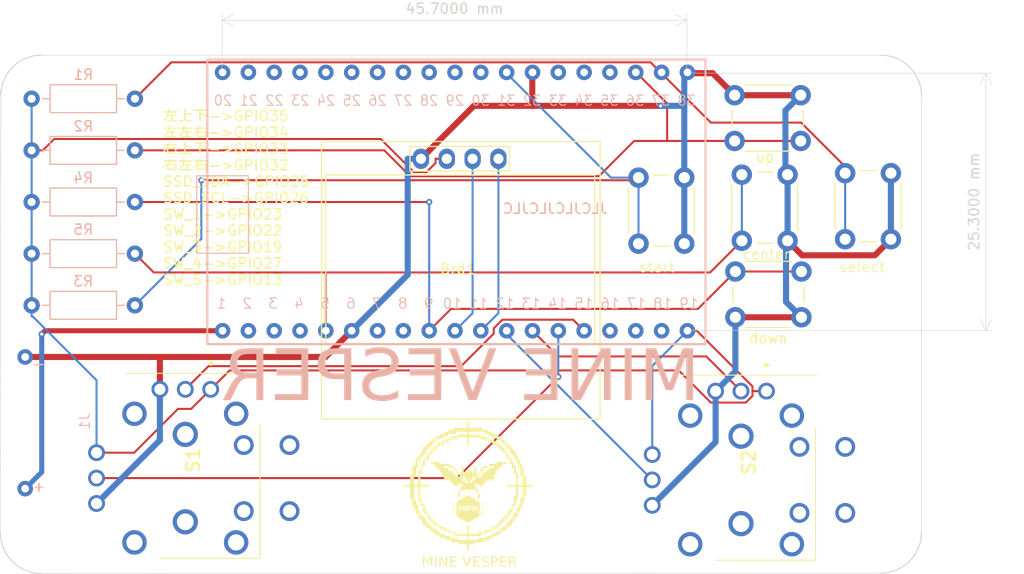
<source format=kicad_pcb>
(kicad_pcb (version 20240108) (generator "pcbnew") (generator_version "8.0")
  (layers (0 "F.Cu" signal) (31 "B.Cu" signal) (34 "B.Paste" user) (35 "F.Paste" user) (36 "B.SilkS" user "B.Silkscreen") (37 "F.SilkS" user "F.Silkscreen") (38 "B.Mask" user) (39 "F.Mask" user) (44 "Edge.Cuts" user))
  (net 0 "")
  (net 1 "R_VR_out1")
  (net 3 "GND")
  (net 5 "3.3V")
  (net 9 "R_VR_out2")
  (net 22 "L_VR_out2")
  (net 24 "L_VR_out1")
  (net 27 "VIN")
  (net 28 "SSD1306_SDA")
  (net 29 "SSD1306_SCL")
  (net 30 "SW_1")
  (net 31 "SW_2")
  (net 32 "SW_3")
  (net 33 "SW_4")
  (net 34 "SW_5")
  (footprint "joysticks:RKJXV122400R" (layer "F.Cu") (at 116.675 95.8925 90)
    (property "Reference" "S1" (at -6.978 -1.74 90) (layer "F.SilkS") (effects (font (size 1.27 1.27) (thickness 0.254))))
    (property "Value" "RKJXV122400R" (hide yes))
    (pad "A1" thru_hole circle (at -11.98 3.25 90) (size 1.95 1.95) (drill 1.3) (layers "*.Cu" "*.Mask"))
    (pad "A11" thru_hole circle (at 0 0 90) (size 1.65 1.65) (drill 1.1) (layers "*.Cu" "*.Mask") (net 5 "3.3V"))
    (pad "A12" thru_hole circle (at 0 -2.5 90) (size 1.65 1.65) (drill 1.1) (layers "*.Cu" "*.Mask") (net 9 "R_VR_out2"))
    (pad "A13" thru_hole circle (at 0 -5 90) (size 1.65 1.65) (drill 1.1) (layers "*.Cu" "*.Mask") (net 3 "GND"))
    (pad "B1" thru_hole circle (at -11.98 7.75 90) (size 1.95 1.95) (drill 1.3) (layers "*.Cu" "*.Mask"))
    (pad "B11" thru_hole circle (at -6.23 -11.23 90) (size 1.65 1.65) (drill 1.1) (layers "*.Cu" "*.Mask") (net 5 "3.3V"))
    (pad "B12" thru_hole circle (at -8.73 -11.23 90) (size 1.65 1.65) (drill 1.1) (layers "*.Cu" "*.Mask") (net 1 "R_VR_out1"))
    (pad "B13" thru_hole circle (at -11.23 -11.23 90) (size 1.65 1.65) (drill 1.1) (layers "*.Cu" "*.Mask") (net 3 "GND"))
    (pad "C1" thru_hole circle (at -5.48 3.25 90) (size 1.95 1.95) (drill 1.3) (layers "*.Cu" "*.Mask"))
    (pad "D1" thru_hole circle (at -5.48 7.75 90) (size 1.95 1.95) (drill 1.3) (layers "*.Cu" "*.Mask"))
    (pad "MH1" thru_hole circle (at -15.055 2.5 90) (size 2.4 2.4) (drill 1.6) (layers "*.Cu" "*.Mask"))
    (pad "MH2" thru_hole circle (at -15.055 -7.5 90) (size 2.4 2.4) (drill 1.6) (layers "*.Cu" "*.Mask"))
    (pad "MH3" thru_hole circle (at -2.405 2.5 90) (size 2.4 2.4) (drill 1.6) (layers "*.Cu" "*.Mask"))
    (pad "MH4" thru_hole circle (at -2.405 -7.5 90) (size 2.4 2.4) (drill 1.6) (layers "*.Cu" "*.Mask"))
    (pad "MH5" thru_hole circle (at -13.03 -2.5 90) (size 2.475 2.475) (drill 1.65) (layers "*.Cu" "*.Mask"))
    (pad "MH6" thru_hole circle (at -4.43 -2.5 90) (size 2.475 2.475) (drill 1.65) (layers "*.Cu" "*.Mask"))
  )
  (footprint "LOGO" (layer "F.Cu") (at 142 105.230318)
    (property "Reference" "G***")
    (property "Value" "LOGO" (hide yes))
  )
  (footprint "SSD1306:128x64OLED" (layer "F.Cu") (at 140.97 83.82)
    (property "Reference" "Brd1" (at 0 0.254 0) (layer "F.SilkS"))
    (property "Value" "SSD1306")
    (pad "1" thru_hole oval (at -3.62 -10.6 90) (size 2 1.6) (drill 1) (layers "*.Cu" "*.Mask") (net 3 "GND"))
    (pad "2" thru_hole oval (at -1.08 -10.6 90) (size 2 1.6) (drill 1) (layers "*.Cu" "*.Mask") (net 5 "3.3V"))
    (pad "3" thru_hole oval (at 1.46 -10.6 90) (size 2 1.6) (drill 1) (layers "*.Cu" "*.Mask") (net 29 "SSD1306_SCL"))
    (pad "4" thru_hole oval (at 4 -10.6 90) (size 2 1.6) (drill 1) (layers "*.Cu" "*.Mask") (net 28 "SSD1306_SDA"))
  )
  (footprint "Button_Switch_THT:SW_PUSH_6mm_H5mm" (layer "F.Cu") (at 168.275 84.305)
    (property "Reference" "SW4")
    (property "Value" "SW_Push")
    (pad "1" thru_hole circle (at 0 0 90) (size 2 2) (drill 1.1) (layers "*.Cu" "*.Mask") (net 33 "SW_4"))
    (pad "1" thru_hole circle (at 6.5 0 90) (size 2 2) (drill 1.1) (layers "*.Cu" "*.Mask") (net 33 "SW_4"))
    (pad "2" thru_hole circle (at 0 4.5 90) (size 2 2) (drill 1.1) (layers "*.Cu" "*.Mask") (net 3 "GND"))
    (pad "2" thru_hole circle (at 6.5 4.5 90) (size 2 2) (drill 1.1) (layers "*.Cu" "*.Mask") (net 3 "GND"))
  )
  (footprint "Button_Switch_THT:SW_PUSH_6mm_H5mm" (layer "F.Cu") (at 179.07 81.13 90)
    (property "Reference" "SW1")
    (property "Value" "SW_Push")
    (pad "1" thru_hole circle (at 0 0 180) (size 2 2) (drill 1.1) (layers "*.Cu" "*.Mask") (net 30 "SW_1"))
    (pad "1" thru_hole circle (at 6.5 0 180) (size 2 2) (drill 1.1) (layers "*.Cu" "*.Mask") (net 30 "SW_1"))
    (pad "2" thru_hole circle (at 0 4.5 180) (size 2 2) (drill 1.1) (layers "*.Cu" "*.Mask") (net 3 "GND"))
    (pad "2" thru_hole circle (at 6.5 4.5 180) (size 2 2) (drill 1.1) (layers "*.Cu" "*.Mask") (net 3 "GND"))
  )
  (footprint "Button_Switch_THT:SW_PUSH_6mm_H5mm" (layer "F.Cu") (at 174.7 71.465 180)
    (property "Reference" "SW2")
    (property "Value" "SW_Push")
    (pad "1" thru_hole circle (at 0 0 270) (size 2 2) (drill 1.1) (layers "*.Cu" "*.Mask") (net 31 "SW_2"))
    (pad "1" thru_hole circle (at 6.5 0 270) (size 2 2) (drill 1.1) (layers "*.Cu" "*.Mask") (net 31 "SW_2"))
    (pad "2" thru_hole circle (at 0 4.5 270) (size 2 2) (drill 1.1) (layers "*.Cu" "*.Mask") (net 3 "GND"))
    (pad "2" thru_hole circle (at 6.5 4.5 270) (size 2 2) (drill 1.1) (layers "*.Cu" "*.Mask") (net 3 "GND"))
  )
  (footprint "Button_Switch_THT:SW_PUSH_6mm_H5mm" (layer "F.Cu") (at 168.91 81.28 90)
    (property "Reference" "SW5")
    (property "Value" "SW_Push")
    (pad "1" thru_hole circle (at 0 0 180) (size 2 2) (drill 1.1) (layers "*.Cu" "*.Mask") (net 34 "SW_5"))
    (pad "1" thru_hole circle (at 6.5 0 180) (size 2 2) (drill 1.1) (layers "*.Cu" "*.Mask") (net 34 "SW_5"))
    (pad "2" thru_hole circle (at 0 4.5 180) (size 2 2) (drill 1.1) (layers "*.Cu" "*.Mask") (net 3 "GND"))
    (pad "2" thru_hole circle (at 6.5 4.5 180) (size 2 2) (drill 1.1) (layers "*.Cu" "*.Mask") (net 3 "GND"))
  )
  (footprint "Button_Switch_THT:SW_PUSH_6mm_H5mm" (layer "F.Cu") (at 158.75 81.57 90)
    (property "Reference" "SW3")
    (property "Value" "SW_Push")
    (pad "1" thru_hole circle (at 0 0 180) (size 2 2) (drill 1.1) (layers "*.Cu" "*.Mask") (net 32 "SW_3"))
    (pad "1" thru_hole circle (at 6.5 0 180) (size 2 2) (drill 1.1) (layers "*.Cu" "*.Mask") (net 32 "SW_3"))
    (pad "2" thru_hole circle (at 0 4.5 180) (size 2 2) (drill 1.1) (layers "*.Cu" "*.Mask") (net 3 "GND"))
    (pad "2" thru_hole circle (at 6.5 4.5 180) (size 2 2) (drill 1.1) (layers "*.Cu" "*.Mask") (net 3 "GND"))
  )
  (footprint "joysticks:RKJXV122400R" (layer "F.Cu") (at 171.33 96.07 90)
    (property "Reference" "S2" (at -6.978 -1.74 90) (layer "F.SilkS") (effects (font (size 1.27 1.27) (thickness 0.254))))
    (property "Value" "RKJXV122400R" (hide yes))
    (pad "A1" thru_hole circle (at -11.98 3.25 90) (size 1.95 1.95) (drill 1.3) (layers "*.Cu" "*.Mask"))
    (pad "A11" thru_hole circle (at 0 0 90) (size 1.65 1.65) (drill 1.1) (layers "*.Cu" "*.Mask") (net 5 "3.3V"))
    (pad "A12" thru_hole circle (at 0 -2.5 90) (size 1.65 1.65) (drill 1.1) (layers "*.Cu" "*.Mask") (net 22 "L_VR_out2"))
    (pad "A13" thru_hole circle (at 0 -5 90) (size 1.65 1.65) (drill 1.1) (layers "*.Cu" "*.Mask") (net 3 "GND"))
    (pad "B1" thru_hole circle (at -11.98 7.75 90) (size 1.95 1.95) (drill 1.3) (layers "*.Cu" "*.Mask"))
    (pad "B11" thru_hole circle (at -6.23 -11.23 90) (size 1.65 1.65) (drill 1.1) (layers "*.Cu" "*.Mask") (net 5 "3.3V"))
    (pad "B12" thru_hole circle (at -8.73 -11.23 90) (size 1.65 1.65) (drill 1.1) (layers "*.Cu" "*.Mask") (net 24 "L_VR_out1"))
    (pad "B13" thru_hole circle (at -11.23 -11.23 90) (size 1.65 1.65) (drill 1.1) (layers "*.Cu" "*.Mask") (net 3 "GND"))
    (pad "C1" thru_hole circle (at -5.48 3.25 90) (size 1.95 1.95) (drill 1.3) (layers "*.Cu" "*.Mask"))
    (pad "D1" thru_hole circle (at -5.48 7.75 90) (size 1.95 1.95) (drill 1.3) (layers "*.Cu" "*.Mask"))
    (pad "MH1" thru_hole circle (at -15.055 2.5 90) (size 2.4 2.4) (drill 1.6) (layers "*.Cu" "*.Mask"))
    (pad "MH2" thru_hole circle (at -15.055 -7.5 90) (size 2.4 2.4) (drill 1.6) (layers "*.Cu" "*.Mask"))
    (pad "MH3" thru_hole circle (at -2.405 2.5 90) (size 2.4 2.4) (drill 1.6) (layers "*.Cu" "*.Mask"))
    (pad "MH4" thru_hole circle (at -2.405 -7.5 90) (size 2.4 2.4) (drill 1.6) (layers "*.Cu" "*.Mask"))
    (pad "MH5" thru_hole circle (at -13.03 -2.5 90) (size 2.475 2.475) (drill 1.65) (layers "*.Cu" "*.Mask"))
    (pad "MH6" thru_hole circle (at -4.43 -2.5 90) (size 2.475 2.475) (drill 1.65) (layers "*.Cu" "*.Mask"))
  )
  (footprint "Resistor_THT:R_Axial_DIN0207_L6.3mm_D2.5mm_P10.16mm_Horizontal" (layer "B.Cu") (at 109.22 77.47 180)
    (property "Reference" "R4" (at 5.08 2.37 0) (layer "B.SilkS") (effects (justify mirror)))
    (property "Value" "R")
    (pad "1" thru_hole circle (at 0 0 180) (size 1.6 1.6) (drill 0.8) (layers "*.Cu" "*.Mask") (net 33 "SW_4"))
    (pad "2" thru_hole oval (at 10.16 0 180) (size 1.6 1.6) (drill 0.8) (layers "*.Cu" "*.Mask") (net 5 "3.3V"))
  )
  (footprint "Resistor_THT:R_Axial_DIN0207_L6.3mm_D2.5mm_P10.16mm_Horizontal" (layer "B.Cu") (at 109.22 87.63 180)
    (property "Reference" "R3" (at 5.08 2.37 0) (layer "B.SilkS") (effects (justify mirror)))
    (property "Value" "R")
    (pad "1" thru_hole circle (at 0 0 180) (size 1.6 1.6) (drill 0.8) (layers "*.Cu" "*.Mask") (net 32 "SW_3"))
    (pad "2" thru_hole oval (at 10.16 0 180) (size 1.6 1.6) (drill 0.8) (layers "*.Cu" "*.Mask") (net 5 "3.3V"))
  )
  (footprint "ESP32_Footprints:ESP32_38pin_amazon" (layer "B.Cu") (at 140.7 78.7 180)
    (property "Reference" "U1" (hide yes))
    (property "Value" "~")
    (fp_text user "19 18 17 16 15 14 13 12 11 10" (at -23.986738 -9.343109 0) (layer "B.SilkS") (effects (font (size 1 0.97) (thickness 0.1)) (justify left bottom mirror)))
    (fp_text user "  9  8  7  6  5  4  3  2  1" (at 0.457924 -9.331599 0) (layer "B.SilkS") (effects (font (size 1 1.03) (thickness 0.1)) (justify left bottom mirror)))
    (fp_text user "38 37 36 35 34 33 32 31 30 29 28 27 26 25 24 23 22 21 20" (at -23.747942 10.624289 0) (layer "B.SilkS") (effects (font (size 1 0.95) (thickness 0.1)) (justify left bottom mirror)))
    (pad "1" thru_hole circle (at 22.86 -11.43 180) (size 1.524 1.524) (drill 0.762) (layers "*.Cu" "*.Mask") (net 27 "VIN"))
    (pad "2" thru_hole circle (at 20.32 -11.43 180) (size 1.524 1.524) (drill 0.762) (layers "*.Cu" "*.Mask"))
    (pad "3" thru_hole circle (at 17.78 -11.43 180) (size 1.524 1.524) (drill 0.762) (layers "*.Cu" "*.Mask"))
    (pad "4" thru_hole circle (at 15.24 -11.43 180) (size 1.524 1.524) (drill 0.762) (layers "*.Cu" "*.Mask"))
    (pad "5" thru_hole circle (at 12.7 -11.43 180) (size 1.524 1.524) (drill 0.762) (layers "*.Cu" "*.Mask") (net 34 "SW_5"))
    (pad "6" thru_hole circle (at 10.16 -11.43 180) (size 1.524 1.524) (drill 0.762) (layers "*.Cu" "*.Mask") (net 3 "GND"))
    (pad "7" thru_hole circle (at 7.62 -11.43 180) (size 1.524 1.524) (drill 0.762) (layers "*.Cu" "*.Mask"))
    (pad "8" thru_hole circle (at 5.08 -11.43 180) (size 1.524 1.524) (drill 0.762) (layers "*.Cu" "*.Mask"))
    (pad "9" thru_hole circle (at 2.54 -11.43 180) (size 1.524 1.524) (drill 0.762) (layers "*.Cu" "*.Mask") (net 33 "SW_4"))
    (pad "10" thru_hole circle (at 0 -11.43 180) (size 1.524 1.524) (drill 0.762) (layers "*.Cu" "*.Mask") (net 29 "SSD1306_SCL"))
    (pad "11" thru_hole circle (at -2.54 -11.43 180) (size 1.524 1.524) (drill 0.762) (layers "*.Cu" "*.Mask") (net 28 "SSD1306_SDA"))
    (pad "12" thru_hole circle (at -5.08 -11.43 180) (size 1.524 1.524) (drill 0.762) (layers "*.Cu" "*.Mask") (net 24 "L_VR_out1"))
    (pad "13" thru_hole circle (at -7.62 -11.43 180) (size 1.524 1.524) (drill 0.762) (layers "*.Cu" "*.Mask") (net 22 "L_VR_out2"))
    (pad "14" thru_hole circle (at -10.16 -11.43 180) (size 1.524 1.524) (drill 0.762) (layers "*.Cu" "*.Mask") (net 1 "R_VR_out1"))
    (pad "15" thru_hole circle (at -12.7 -11.43 180) (size 1.524 1.524) (drill 0.762) (layers "*.Cu" "*.Mask") (net 9 "R_VR_out2"))
    (pad "16" thru_hole circle (at -15.24 -11.43 180) (size 1.524 1.524) (drill 0.762) (layers "*.Cu" "*.Mask"))
    (pad "17" thru_hole circle (at -17.78 -11.43 180) (size 1.524 1.524) (drill 0.762) (layers "*.Cu" "*.Mask"))
    (pad "18" thru_hole circle (at -20.32 -11.43 180) (size 1.524 1.524) (drill 0.762) (layers "*.Cu" "*.Mask"))
    (pad "19" thru_hole circle (at -22.86 -11.43 180) (size 1.524 1.524) (drill 0.762) (layers "*.Cu" "*.Mask") (net 5 "3.3V"))
    (pad "20" thru_hole circle (at 22.86 13.98 180) (size 1.524 1.524) (drill 0.762) (layers "*.Cu" "*.Mask"))
    (pad "21" thru_hole circle (at 20.32 13.98 180) (size 1.524 1.524) (drill 0.762) (layers "*.Cu" "*.Mask"))
    (pad "22" thru_hole circle (at 17.78 13.98 180) (size 1.524 1.524) (drill 0.762) (layers "*.Cu" "*.Mask"))
    (pad "23" thru_hole circle (at 15.24 13.98 180) (size 1.524 1.524) (drill 0.762) (layers "*.Cu" "*.Mask"))
    (pad "24" thru_hole circle (at 12.7 13.98 180) (size 1.524 1.524) (drill 0.762) (layers "*.Cu" "*.Mask"))
    (pad "25" thru_hole circle (at 10.16 13.98 180) (size 1.524 1.524) (drill 0.762) (layers "*.Cu" "*.Mask"))
    (pad "26" thru_hole circle (at 7.62 13.98 180) (size 1.524 1.524) (drill 0.762) (layers "*.Cu" "*.Mask"))
    (pad "27" thru_hole circle (at 5.08 13.98 180) (size 1.524 1.524) (drill 0.762) (layers "*.Cu" "*.Mask"))
    (pad "28" thru_hole circle (at 2.54 13.98 180) (size 1.524 1.524) (drill 0.762) (layers "*.Cu" "*.Mask"))
    (pad "29" thru_hole circle (at 0 13.98 180) (size 1.524 1.524) (drill 0.762) (layers "*.Cu" "*.Mask"))
    (pad "30" thru_hole circle (at -2.54 13.98 180) (size 1.524 1.524) (drill 0.762) (layers "*.Cu" "*.Mask"))
    (pad "31" thru_hole circle (at -5.08 13.98 180) (size 1.524 1.524) (drill 0.762) (layers "*.Cu" "*.Mask") (net 32 "SW_3"))
    (pad "32" thru_hole circle (at -7.62 13.98 180) (size 1.524 1.524) (drill 0.762) (layers "*.Cu" "*.Mask") (net 3 "GND"))
    (pad "33" thru_hole circle (at -10.16 13.98 180) (size 1.524 1.524) (drill 0.762) (layers "*.Cu" "*.Mask"))
    (pad "34" thru_hole circle (at -12.7 13.98 180) (size 1.524 1.524) (drill 0.762) (layers "*.Cu" "*.Mask"))
    (pad "35" thru_hole circle (at -15.24 13.98 180) (size 1.524 1.524) (drill 0.762) (layers "*.Cu" "*.Mask"))
    (pad "36" thru_hole circle (at -17.78 13.98 180) (size 1.524 1.524) (drill 0.762) (layers "*.Cu" "*.Mask") (net 31 "SW_2"))
    (pad "37" thru_hole circle (at -20.32 13.98 180) (size 1.524 1.524) (drill 0.762) (layers "*.Cu" "*.Mask") (net 30 "SW_1"))
    (pad "38" thru_hole circle (at -22.86 13.98 180) (size 1.524 1.524) (drill 0.762) (layers "*.Cu" "*.Mask") (net 3 "GND"))
  )
  (footprint "Resistor_THT:R_Axial_DIN0207_L6.3mm_D2.5mm_P10.16mm_Horizontal" (layer "B.Cu") (at 109.22 72.39 180)
    (property "Reference" "R2" (at 5.08 2.37 0) (layer "B.SilkS") (effects (justify mirror)))
    (property "Value" "R")
    (pad "1" thru_hole circle (at 0 0 180) (size 1.6 1.6) (drill 0.8) (layers "*.Cu" "*.Mask") (net 31 "SW_2"))
    (pad "2" thru_hole oval (at 10.16 0 180) (size 1.6 1.6) (drill 0.8) (layers "*.Cu" "*.Mask") (net 5 "3.3V"))
  )
  (footprint "Resistor_THT:R_Axial_DIN0207_L6.3mm_D2.5mm_P10.16mm_Horizontal" (layer "B.Cu") (at 109.22 82.55 180)
    (property "Reference" "R5" (at 5.08 2.37 0) (layer "B.SilkS") (effects (justify mirror)))
    (property "Value" "R")
    (pad "1" thru_hole circle (at 0 0 180) (size 1.6 1.6) (drill 0.8) (layers "*.Cu" "*.Mask") (net 34 "SW_5"))
    (pad "2" thru_hole oval (at 10.16 0 180) (size 1.6 1.6) (drill 0.8) (layers "*.Cu" "*.Mask") (net 5 "3.3V"))
  )
  (footprint "SSD1306:4xAA battery" (layer "B.Cu") (at 104.775 99.06 -90)
    (property "Reference" "J1" (at 0 0.5 90) (layer "B.SilkS") (effects (font (thickness 0.1)) (justify mirror)))
    (property "Value" "Conn_01x02_Pin")
    (pad "1" thru_hole circle (at -6.35 6.35 270) (size 1.524 1.524) (drill 0.762) (layers "*.Cu" "*.Mask") (net 3 "GND"))
    (pad "2" thru_hole circle (at 6.6 6.35 270) (size 1.524 1.524) (drill 0.762) (layers "*.Cu" "*.Mask") (net 27 "VIN"))
  )
  (footprint "Resistor_THT:R_Axial_DIN0207_L6.3mm_D2.5mm_P10.16mm_Horizontal" (layer "B.Cu") (at 109.22 67.31 180)
    (property "Reference" "R1" (at 5.08 2.37 0) (layer "B.SilkS") (effects (justify mirror)))
    (property "Value" "R")
    (pad "1" thru_hole circle (at 0 0 180) (size 1.6 1.6) (drill 0.8) (layers "*.Cu" "*.Mask") (net 30 "SW_1"))
    (pad "2" thru_hole oval (at 10.16 0 180) (size 1.6 1.6) (drill 0.8) (layers "*.Cu" "*.Mask") (net 5 "3.3V"))
  )
  (gr_line (start 182.571573 113.971573) (end 100 114) (stroke (width 0.05)) (layer "Edge.Cuts"))
  (gr_line (start 100.028427 63.028427) (end 182.571573 63.028427) (stroke (width 0.05)) (layer "Edge.Cuts"))
  (gr_arc (start 186.571573 109.971573) (mid 185.4 112.8) (end 182.571573 113.971573) (stroke (width 0.1)) (layer "Edge.Cuts"))
  (gr_line (start 96 110) (end 96.028427 67.028427) (stroke (width 0.05)) (layer "Edge.Cuts"))
  (gr_line (start 186.571573 67.028427) (end 186.571573 109.971573) (stroke (width 0.05)) (layer "Edge.Cuts"))
  (gr_arc (start 96.028427 67.028427) (mid 97.2 64.2) (end 100.028427 63.028427) (stroke (width 0.1)) (layer "Edge.Cuts"))
  (gr_arc (start 100 114) (mid 97.171573 112.828427) (end 96 110) (stroke (width 0.1)) (layer "Edge.Cuts"))
  (gr_arc (start 182.571573 63.028427) (mid 185.4 64.2) (end 186.571573 67.028427) (stroke (width 0.1)) (layer "Edge.Cuts"))
  (gr_text "MINE VESPER" (at 164.8 97.8 0) (layer "B.SilkS") (effects (font (size 5 5)) (justify left bottom mirror)))
  (gr_text "JLCJLCJLCJLC" (at 155.8 78.7 0) (layer "B.SilkS") (effects (font (size 1 1)) (justify left bottom mirror)))
  (gr_text "+" (at 99.06 106.045 0) (layer "B.SilkS") (effects (font (size 1 1)) (justify left bottom)))
  (gr_text "-" (at 99.06 93.98 0) (layer "B.SilkS") (effects (font (size 1 1)) (justify left bottom)))
  (gr_text "+" (at 99.06 106.045 0) (layer "F.SilkS") (effects (font (size 1 1)) (justify left bottom)))
  (gr_text "左上下->GPIO35\n左左右->GPIO34\n右上下->GPIO33\n右左右->GPIO32\nSSD_SDA->GPIO25\nSSD_SCL->GPIO26\nSW_1->GPIO23\nSW_2->GPIO22\nSW_3->GPIO19\nSW_4->GPIO27\nSW_5->GPIO13" (at 111.9 85.7 0) (layer "F.SilkS") (effects (font (size 1 1)) (justify left bottom)))
  (gr_text "up" (at 170.18 73.66 0) (layer "F.SilkS") (effects (font (size 1 1)) (justify left bottom)))
  (gr_text "MINE VESPER" (at 137.4 113.5 0) (layer "F.SilkS") (effects (font (size 1 1)) (justify left bottom)))
  (gr_text "start" (at 158.75 84.455 0) (layer "F.SilkS") (effects (font (size 1 1) (thickness 0.1)) (justify left bottom)))
  (gr_text "down\n" (at 169.545 91.44 0) (layer "F.SilkS") (effects (font (size 1 1)) (justify left bottom)))
  (gr_text "select" (at 178.435 84.455 0) (layer "F.SilkS") (effects (font (size 1 1) (thickness 0.1)) (justify left bottom)))
  (gr_text "-" (at 99.06 93.98 0) (layer "F.SilkS") (effects (font (size 1 1)) (justify left bottom)))
  (gr_text "center" (at 168.91 83.185 0) (layer "F.SilkS") (effects (font (size 1 1) (thickness 0.1)) (justify left bottom)))
  (dimension (type aligned) (layer "Edge.Cuts") (pts (xy 163.5 64.8) (xy 163.5 90.1)) (height -29.4) (gr_text "25.3000 mm" (at 191.75 77.45 90) (layer "Edge.Cuts") (effects (font (size 1 1) (thickness 0.15)))) (format (prefix "") (suffix "") (units 3) (units_format 1) (precision 4)) (style (thickness 0.05) (arrow_length 1.27) (text_position_mode 0) (extension_height 0.58642) (extension_offset 0.5) keep_text_aligned))
  (dimension (type aligned) (layer "Edge.Cuts") (pts (xy 163.5 64.8) (xy 117.8 64.8)) (height 5.2) (gr_text "45.7000 mm" (at 140.65 58.45 0) (layer "Edge.Cuts") (effects (font (size 1 1) (thickness 0.15)))) (format (prefix "") (suffix "") (units 3) (units_format 1) (precision 4)) (style (thickness 0.05) (arrow_length 1.27) (text_position_mode 0) (extension_height 0.58642) (extension_offset 0.5) keep_text_aligned))
  (segment (start 105.445 104.6225) (end 140.8995 104.6225) (width 0.2) (layer "F.Cu") (net 1))
  (segment (start 140.8995 104.6225) (end 150.86 94.662) (width 0.2) (layer "F.Cu") (net 1))
  (via (at 150.86 94.662) (size 0.6) (drill 0.3) (layers "F.Cu" "B.Cu") (net 1))
  (segment (start 150.86 90.13) (end 150.86 94.662) (width 0.2) (layer "B.Cu") (net 1))
  (segment (start 166.035 64.8) (end 163.54 64.8) (width 0.6) (layer "F.Cu") (net 3))
  (segment (start 160.9204 68.0136) (end 148.3 68.0136) (width 0.6) (layer "F.Cu") (net 3))
  (segment (start 98.425 92.71) (end 111.675 92.71) (width 0.6) (layer "F.Cu") (net 3))
  (segment (start 111.675 92.71) (end 127.96 92.71) (width 0.6) (layer "F.Cu") (net 3))
  (segment (start 174.775 88.805) (end 168.275 88.805) (width 0.6) (layer "F.Cu") (net 3))
  (segment (start 127.96 92.71) (end 130.54 90.13) (width 0.6) (layer "F.Cu") (net 3))
  (segment (start 148.3 68.0136) (end 142.5564 68.0136) (width 0.6) (layer "F.Cu") (net 3))
  (segment (start 174.8395 82.7095) (end 173.41 81.28) (width 0.6) (layer "F.Cu") (net 3))
  (segment (start 174.7 66.965) (end 168.2 66.965) (width 0.6) (layer "F.Cu") (net 3))
  (segment (start 183.57 81.13) (end 181.9905 82.7095) (width 0.6) (layer "F.Cu") (net 3))
  (segment (start 111.675 92.71) (end 111.675 95.8925) (width 0.6) (layer "F.Cu") (net 3))
  (segment (start 142.5564 68.0136) (end 137.35 73.22) (width 0.6) (layer "F.Cu") (net 3))
  (segment (start 148.3 68.0136) (end 148.3 64.8) (width 0.6) (layer "F.Cu") (net 3))
  (segment (start 181.9905 82.7095) (end 174.8395 82.7095) (width 0.6) (layer "F.Cu") (net 3))
  (segment (start 168.2 66.965) (end 166.035 64.8) (width 0.6) (layer "F.Cu") (net 3))
  (via (at 160.9204 68.0136) (size 0.6) (drill 0.3) (layers "F.Cu" "B.Cu") (net 3))
  (segment (start 105.445 107.1225) (end 111.675 100.8925) (width 0.6) (layer "B.Cu") (net 3))
  (segment (start 163.25 68.0136) (end 160.9204 68.0136) (width 0.6) (layer "B.Cu") (net 3))
  (segment (start 166.33 101.07) (end 166.33 96.07) (width 0.6) (layer "B.Cu") (net 3))
  (segment (start 137.35 73.22) (end 136.0483 73.22) (width 0.6) (layer "B.Cu") (net 3))
  (segment (start 163.25 75.07) (end 163.25 68.0136) (width 0.6) (layer "B.Cu") (net 3))
  (segment (start 163.25 68.0136) (end 163.25 65.09) (width 0.6) (layer "B.Cu") (net 3))
  (segment (start 160.1 107.3) (end 166.33 101.07) (width 0.6) (layer "B.Cu") (net 3))
  (segment (start 183.57 74.63) (end 183.57 81.13) (width 0.6) (layer "B.Cu") (net 3))
  (segment (start 163.25 81.57) (end 163.25 75.07) (width 0.6) (layer "B.Cu") (net 3))
  (segment (start 111.675 100.8925) (end 111.675 95.8925) (width 0.6) (layer "B.Cu") (net 3))
  (segment (start 168.275 88.805) (end 168.275 94.125) (width 0.6) (layer "B.Cu") (net 3))
  (segment (start 173.41 74.78) (end 173.1963 74.5663) (width 0.6) (layer "B.Cu") (net 3))
  (segment (start 173.2567 81.4333) (end 173.2567 87.2867) (width 0.6) (layer "B.Cu") (net 3))
  (segment (start 168.275 94.125) (end 166.33 96.07) (width 0.6) (layer "B.Cu") (net 3))
  (segment (start 173.41 74.78) (end 173.41 81.28) (width 0.6) (layer "B.Cu") (net 3))
  (segment (start 136.0483 84.6217) (end 130.54 90.13) (width 0.6) (layer "B.Cu") (net 3))
  (segment (start 173.41 81.28) (end 173.2567 81.4333) (width 0.6) (layer "B.Cu") (net 3))
  (segment (start 173.1963 68.4687) (end 174.7 66.965) (width 0.6) (layer "B.Cu") (net 3))
  (segment (start 173.1963 74.5663) (end 173.1963 68.4687) (width 0.6) (layer "B.Cu") (net 3))
  (segment (start 163.25 65.09) (end 163.54 64.8) (width 0.6) (layer "B.Cu") (net 3))
  (segment (start 173.2567 87.2867) (end 174.775 88.805) (width 0.6) (layer "B.Cu") (net 3))
  (segment (start 136.0483 73.22) (end 136.0483 84.6217) (width 0.6) (layer "B.Cu") (net 3))
  (segment (start 136.65 74.5261) (end 133.3951 71.2712) (width 0.2) (layer "F.Cu") (net 5))
  (segment (start 139.89 73.22) (end 138.7883 73.22) (width 0.2) (layer "F.Cu") (net 5))
  (segment (start 138.7883 73.22) (end 138.7883 73.6331) (width 0.2) (layer "F.Cu") (net 5))
  (segment (start 114.7517 97.8158) (end 113.4576 97.8158) (width 0.2) (layer "F.Cu") (net 5))
  (segment (start 109.1509 102.1225) (end 105.445 102.1225) (width 0.2) (layer "F.Cu") (net 5))
  (segment (start 169.9567 96.07) (end 169.9567 95.6032) (width 0.2) (layer "F.Cu") (net 5))
  (segment (start 162.7005 94.0339) (end 165.8633 97.1967) (width 0.2) (layer "F.Cu") (net 5))
  (segment (start 169.2968 97.1967) (end 169.9567 96.5368) (width 0.2) (layer "F.Cu") (net 5))
  (segment (start 118.5336 94.0339) (end 162.7005 94.0339) (width 0.2) (layer "F.Cu") (net 5))
  (segment (start 101.2805 71.2712) (end 100.1617 72.39) (width 0.2) (layer "F.Cu") (net 5))
  (segment (start 137.8953 74.5261) (end 136.65 74.5261) (width 0.2) (layer "F.Cu") (net 5))
  (segment (start 133.3951 71.2712) (end 101.2805 71.2712) (width 0.2) (layer "F.Cu") (net 5))
  (segment (start 99.06 72.39) (end 100.1617 72.39) (width 0.2) (layer "F.Cu") (net 5))
  (segment (start 165.8633 97.1967) (end 169.2968 97.1967) (width 0.2) (layer "F.Cu") (net 5))
  (segment (start 116.675 95.8925) (end 114.7517 97.8158) (width 0.2) (layer "F.Cu") (net 5))
  (segment (start 164.4836 90.1301) (end 163.56 90.1301) (width 0.2) (layer "F.Cu") (net 5))
  (segment (start 169.9567 95.6032) (end 164.4836 90.1301) (width 0.2) (layer "F.Cu") (net 5))
  (segment (start 113.4576 97.8158) (end 109.1509 102.1225) (width 0.2) (layer "F.Cu") (net 5))
  (segment (start 169.9567 96.5368) (end 169.9567 96.07) (width 0.2) (layer "F.Cu") (net 5))
  (segment (start 116.675 95.8925) (end 118.5336 94.0339) (width 0.2) (layer "F.Cu") (net 5))
  (segment (start 163.56 90.1301) (end 163.56 90.13) (width 0.2) (layer "F.Cu") (net 5))
  (segment (start 138.7883 73.6331) (end 137.8953 74.5261) (width 0.2) (layer "F.Cu") (net 5))
  (segment (start 169.9567 96.07) (end 171.33 96.07) (width 0.2) (layer "F.Cu") (net 5))
  (segment (start 160.1 102.3) (end 160.1 93.59) (width 0.2) (layer "B.Cu") (net 5))
  (segment (start 99.06 82.55) (end 99.06 87.63) (width 0.2) (layer "B.Cu") (net 5))
  (segment (start 105.445 95.0031) (end 99.1736 88.7317) (width 0.2) (layer "B.Cu") (net 5))
  (segment (start 99.06 77.47) (end 99.06 82.55) (width 0.2) (layer "B.Cu") (net 5))
  (segment (start 99.06 72.39) (end 99.06 67.31) (width 0.2) (layer "B.Cu") (net 5))
  (segment (start 99.06 72.39) (end 99.06 77.47) (width 0.2) (layer "B.Cu") (net 5))
  (segment (start 105.445 102.1225) (end 105.445 95.0031) (width 0.2) (layer "B.Cu") (net 5))
  (segment (start 160.1 93.59) (end 163.56 90.13) (width 0.2) (layer "B.Cu") (net 5))
  (segment (start 99.1736 88.7317) (end 99.06 88.7317) (width 0.2) (layer "B.Cu") (net 5))
  (segment (start 99.06 87.63) (end 99.06 88.7317) (width 0.2) (layer "B.Cu") (net 5))
  (segment (start 144.51 90.4067) (end 144.51 89.8941) (width 0.2) (layer "F.Cu") (net 9))
  (segment (start 145.357 89.0471) (end 152.3171 89.0471) (width 0.2) (layer "F.Cu") (net 9))
  (segment (start 116.4541 93.6134) (end 141.3033 93.6134) (width 0.2) (layer "F.Cu") (net 9))
  (segment (start 152.3171 89.0471) (end 153.4 90.13) (width 0.2) (layer "F.Cu") (net 9))
  (segment (start 114.175 95.8925) (end 116.4541 93.6134) (width 0.2) (layer "F.Cu") (net 9))
  (segment (start 141.3033 93.6134) (end 144.51 90.4067) (width 0.2) (layer "F.Cu") (net 9))
  (segment (start 144.51 89.8941) (end 145.357 89.0471) (width 0.2) (layer "F.Cu") (net 9))
  (segment (start 165.4148 92.6548) (end 168.83 96.07) (width 0.2) (layer "F.Cu") (net 22))
  (segment (start 150.8448 92.6548) (end 165.4148 92.6548) (width 0.2) (layer "F.Cu") (net 22))
  (segment (start 148.32 90.13) (end 150.8448 92.6548) (width 0.2) (layer "F.Cu") (net 22))
  (segment (start 160.1 104.8) (end 145.78 90.48) (width 0.2) (layer "B.Cu") (net 24))
  (segment (start 145.78 90.48) (end 145.78 90.13) (width 0.2) (layer "B.Cu") (net 24))
  (segment (start 100.3868 90.13) (end 100.0539 90.4629) (width 0.5) (layer "F.Cu") (net 27))
  (segment (start 117.84 90.13) (end 100.3868 90.13) (width 0.5) (layer "F.Cu") (net 27))
  (via (at 100.0539 90.4629) (size 0.6) (drill 0.3) (layers "F.Cu" "B.Cu") (net 27))
  (segment (start 100.0539 90.4629) (end 100.0539 104.0311) (width 0.5) (layer "B.Cu") (net 27))
  (segment (start 100.0539 104.0311) (end 98.425 105.66) (width 0.5) (layer "B.Cu") (net 27))
  (segment (start 144.97 88.4) (end 143.24 90.13) (width 0.2) (layer "B.Cu") (net 28))
  (segment (start 144.97 73.22) (end 144.97 88.4) (width 0.2) (layer "B.Cu") (net 28))
  (segment (start 142.43 73.22) (end 142.43 88.4) (width 0.2) (layer "B.Cu") (net 29))
  (segment (start 142.43 88.4) (end 140.7 90.13) (width 0.2) (layer "B.Cu") (net 29))
  (segment (start 174.7441 69.6619) (end 165.8619 69.6619) (width 0.2) (layer "F.Cu") (net 30))
  (segment (start 179.07 74.63) (end 179.07 73.9878) (width 0.2) (layer "F.Cu") (net 30))
  (segment (start 159.931 63.731) (end 161 64.8) (width 0.2) (layer "F.Cu") (net 30))
  (segment (start 109.22 67.31) (end 112.799 63.731) (width 0.2) (layer "F.Cu") (net 30))
  (segment (start 112.799 63.731) (end 159.931 63.731) (width 0.2) (layer "F.Cu") (net 30))
  (segment (start 165.8619 69.6619) (end 161 64.8) (width 0.2) (layer "F.Cu") (net 30))
  (segment (start 179.07 73.9878) (end 174.7441 69.6619) (width 0.2) (layer "F.Cu") (net 30))
  (segment (start 179.07 74.63) (end 179.07 81.13) (width 0.2) (layer "B.Cu") (net 30))
  (segment (start 161.5626 71.465) (end 161.5626 67.7744) (width 0.2) (layer "F.Cu") (net 31))
  (segment (start 161.5626 67.7744) (end 158.5882 64.8) (width 0.2) (layer "F.Cu") (net 31))
  (segment (start 133.7457 72.39) (end 136.2835 74.9278) (width 0.2) (layer "F.Cu") (net 31))
  (segment (start 158.3178 71.465) (end 161.5626 71.465) (width 0.2) (layer "F.Cu") (net 31))
  (segment (start 109.22 72.39) (end 133.7457 72.39) (width 0.2) (layer "F.Cu") (net 31))
  (segment (start 158.5882 64.8) (end 158.46 64.8) (width 0.2) (layer "F.Cu") (net 31))
  (segment (start 154.855 74.9278) (end 158.3178 71.465) (width 0.2) (layer "F.Cu") (net 31))
  (segment (start 168.2 71.465) (end 174.7 71.465) (width 0.2) (layer "F.Cu") (net 31))
  (segment (start 161.5626 71.465) (end 168.2 71.465) (width 0.2) (layer "F.Cu") (net 31))
  (segment (start 136.2835 74.9278) (end 154.855 74.9278) (width 0.2) (layer "F.Cu") (net 31))
  (segment (start 158.4905 75.3295) (end 115.7467 75.3295) (width 0.2) (layer "F.Cu") (net 32))
  (segment (start 158.75 75.07) (end 158.4905 75.3295) (width 0.2) (layer "F.Cu") (net 32))
  (via (at 115.7467 75.3295) (size 0.6) (drill 0.3) (layers "F.Cu" "B.Cu") (net 32))
  (segment (start 156.03 75.07) (end 145.76 64.8) (width 0.2) (layer "B.Cu") (net 32))
  (segment (start 109.22 87.63) (end 115.7467 81.1033) (width 0.2) (layer "B.Cu") (net 32))
  (segment (start 158.75 75.07) (end 156.03 75.07) (width 0.2) (layer "B.Cu") (net 32))
  (segment (start 115.7467 81.1033) (end 115.7467 75.3295) (width 0.2) (layer "B.Cu") (net 32))
  (segment (start 158.75 75.07) (end 158.75 81.57) (width 0.2) (layer "B.Cu") (net 32))
  (segment (start 140.3109 87.9791) (end 138.16 90.13) (width 0.2) (layer "F.Cu") (net 33))
  (segment (start 109.22 77.47) (end 138.16 77.47) (width 0.2) (layer "F.Cu") (net 33))
  (segment (start 164.6009 87.9791) (end 140.3109 87.9791) (width 0.2) (layer "F.Cu") (net 33))
  (segment (start 168.275 84.305) (end 164.6009 87.9791) (width 0.2) (layer "F.Cu") (net 33))
  (segment (start 174.775 84.305) (end 168.275 84.305) (width 0.2) (layer "F.Cu") (net 33))
  (via (at 138.16 77.47) (size 0.6) (drill 0.3) (layers "F.Cu" "B.Cu") (net 33))
  (segment (start 138.16 90.13) (end 138.16 77.47) (width 0.2) (layer "B.Cu") (net 33))
  (segment (start 128 84.3959) (end 111.0659 84.3959) (width 0.2) (layer "F.Cu") (net 34))
  (segment (start 111.0659 84.3959) (end 109.22 82.55) (width 0.2) (layer "F.Cu") (net 34))
  (segment (start 165.7941 84.3959) (end 128 84.3959) (width 0.2) (layer "F.Cu") (net 34))
  (segment (start 128 84.3959) (end 128 90.13) (width 0.2) (layer "F.Cu") (net 34))
  (segment (start 168.91 81.28) (end 165.7941 84.3959) (width 0.2) (layer "F.Cu") (net 34))
  (segment (start 168.91 74.78) (end 168.91 81.28) (width 0.2) (layer "B.Cu") (net 34))
)
</source>
